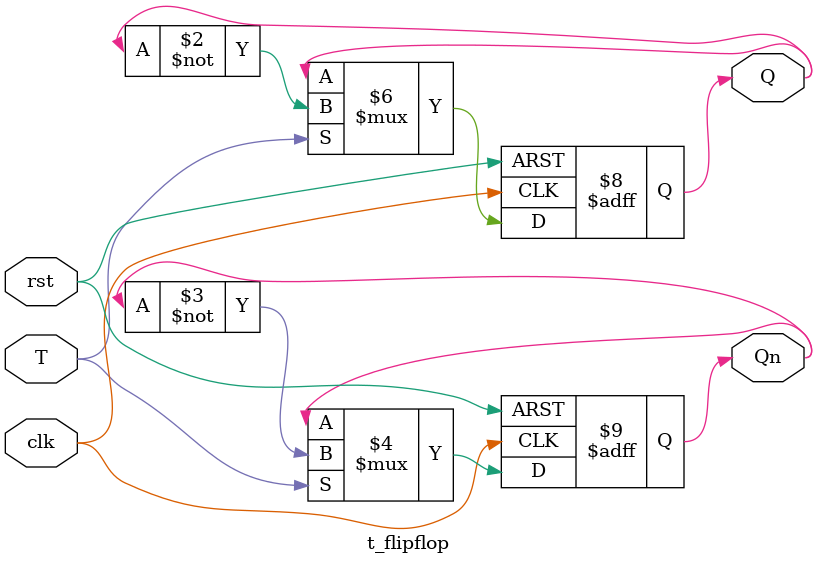
<source format=v>
module t_flipflop (
    input T,        // Toggle input
    input clk,      // Clock input
    input rst,      // Asynchronous reset
    output reg Q,   // Output Q
    output reg Qn   // Output Qn (Q not)
);
    always @(posedge clk or posedge rst) begin
        if (rst) begin
            Q <= 0;
            Qn <= 1;
        end else begin
            if (T) begin
                Q <= ~Q;    // Toggle Q
                Qn <= ~Qn;  // Toggle Qn
            end
        end
    end
endmodule

</source>
